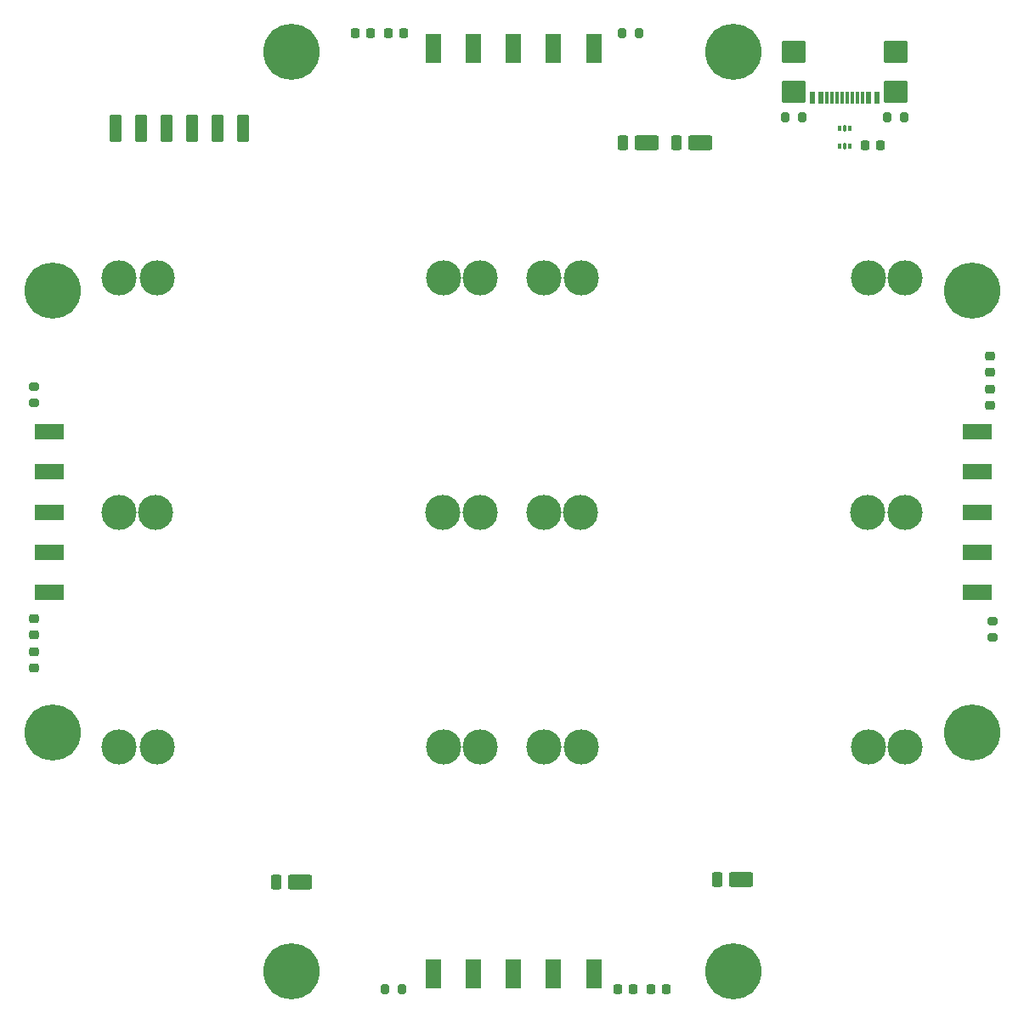
<source format=gbr>
%TF.GenerationSoftware,KiCad,Pcbnew,8.0.5*%
%TF.CreationDate,2025-02-27T20:43:25-05:00*%
%TF.ProjectId,Z+,5a2b2e6b-6963-4616-945f-706362585858,rev?*%
%TF.SameCoordinates,Original*%
%TF.FileFunction,Soldermask,Top*%
%TF.FilePolarity,Negative*%
%FSLAX46Y46*%
G04 Gerber Fmt 4.6, Leading zero omitted, Abs format (unit mm)*
G04 Created by KiCad (PCBNEW 8.0.5) date 2025-02-27 20:43:25*
%MOMM*%
%LPD*%
G01*
G04 APERTURE LIST*
G04 Aperture macros list*
%AMRoundRect*
0 Rectangle with rounded corners*
0 $1 Rounding radius*
0 $2 $3 $4 $5 $6 $7 $8 $9 X,Y pos of 4 corners*
0 Add a 4 corners polygon primitive as box body*
4,1,4,$2,$3,$4,$5,$6,$7,$8,$9,$2,$3,0*
0 Add four circle primitives for the rounded corners*
1,1,$1+$1,$2,$3*
1,1,$1+$1,$4,$5*
1,1,$1+$1,$6,$7*
1,1,$1+$1,$8,$9*
0 Add four rect primitives between the rounded corners*
20,1,$1+$1,$2,$3,$4,$5,0*
20,1,$1+$1,$4,$5,$6,$7,0*
20,1,$1+$1,$6,$7,$8,$9,0*
20,1,$1+$1,$8,$9,$2,$3,0*%
G04 Aperture macros list end*
%ADD10C,0.762000*%
%ADD11C,3.800000*%
%ADD12C,5.600000*%
%ADD13RoundRect,0.250000X-0.950000X-0.500000X0.950000X-0.500000X0.950000X0.500000X-0.950000X0.500000X0*%
%ADD14RoundRect,0.250000X-0.275000X-0.500000X0.275000X-0.500000X0.275000X0.500000X-0.275000X0.500000X0*%
%ADD15RoundRect,0.200000X-0.200000X-0.275000X0.200000X-0.275000X0.200000X0.275000X-0.200000X0.275000X0*%
%ADD16RoundRect,0.218750X0.218750X0.256250X-0.218750X0.256250X-0.218750X-0.256250X0.218750X-0.256250X0*%
%ADD17R,3.000000X1.500000*%
%ADD18RoundRect,0.200000X0.200000X0.275000X-0.200000X0.275000X-0.200000X-0.275000X0.200000X-0.275000X0*%
%ADD19RoundRect,0.102000X-0.500000X-1.250000X0.500000X-1.250000X0.500000X1.250000X-0.500000X1.250000X0*%
%ADD20RoundRect,0.218750X-0.218750X-0.256250X0.218750X-0.256250X0.218750X0.256250X-0.218750X0.256250X0*%
%ADD21C,3.500000*%
%ADD22RoundRect,0.225000X0.225000X0.250000X-0.225000X0.250000X-0.225000X-0.250000X0.225000X-0.250000X0*%
%ADD23R,1.500000X3.000000*%
%ADD24RoundRect,0.200000X-0.275000X0.200000X-0.275000X-0.200000X0.275000X-0.200000X0.275000X0.200000X0*%
%ADD25RoundRect,0.225000X-0.225000X-0.250000X0.225000X-0.250000X0.225000X0.250000X-0.225000X0.250000X0*%
%ADD26R,0.600000X1.150000*%
%ADD27R,0.300000X1.150000*%
%ADD28RoundRect,0.102000X1.090000X1.000000X-1.090000X1.000000X-1.090000X-1.000000X1.090000X-1.000000X0*%
%ADD29RoundRect,0.093750X0.093750X-0.156250X0.093750X0.156250X-0.093750X0.156250X-0.093750X-0.156250X0*%
%ADD30RoundRect,0.075000X0.075000X-0.250000X0.075000X0.250000X-0.075000X0.250000X-0.075000X-0.250000X0*%
%ADD31RoundRect,0.218750X0.256250X-0.218750X0.256250X0.218750X-0.256250X0.218750X-0.256250X-0.218750X0*%
%ADD32RoundRect,0.225000X0.250000X-0.225000X0.250000X0.225000X-0.250000X0.225000X-0.250000X-0.225000X0*%
%ADD33RoundRect,0.225000X-0.250000X0.225000X-0.250000X-0.225000X0.250000X-0.225000X0.250000X0.225000X0*%
%ADD34RoundRect,0.200000X0.275000X-0.200000X0.275000X0.200000X-0.275000X0.200000X-0.275000X-0.200000X0*%
%ADD35RoundRect,0.218750X-0.256250X0.218750X-0.256250X-0.218750X0.256250X-0.218750X0.256250X0.218750X0*%
G04 APERTURE END LIST*
D10*
%TO.C,H4*%
X193851074Y-79832061D03*
X194495324Y-78276311D03*
X194495324Y-81387811D03*
X196051074Y-77632061D03*
D11*
X196051074Y-79832061D03*
D12*
X196051074Y-79832061D03*
D10*
X196051074Y-82032061D03*
X197606824Y-78276311D03*
X197606824Y-81387811D03*
X198251074Y-79832061D03*
%TD*%
D13*
%TO.C,D9*%
X129120000Y-138684000D03*
D14*
X126745000Y-138684000D03*
%TD*%
D10*
%TO.C,H2*%
X193851074Y-123832061D03*
X194495324Y-122276311D03*
X194495324Y-125387811D03*
X196051074Y-121632061D03*
D11*
X196051074Y-123832061D03*
D12*
X196051074Y-123832061D03*
D10*
X196051074Y-126032061D03*
X197606824Y-122276311D03*
X197606824Y-125387811D03*
X198251074Y-123832061D03*
%TD*%
D15*
%TO.C,R104*%
X161227000Y-54102000D03*
X162877000Y-54102000D03*
%TD*%
D16*
%TO.C,F3*%
X165633500Y-149352000D03*
X164058500Y-149352000D03*
%TD*%
D10*
%TO.C,H5*%
X126051074Y-147632061D03*
X126695324Y-146076311D03*
X126695324Y-149187811D03*
X128251074Y-145432061D03*
D11*
X128251074Y-147632061D03*
D12*
X128251074Y-147632061D03*
D10*
X128251074Y-149832061D03*
X129806824Y-146076311D03*
X129806824Y-149187811D03*
X130451074Y-147632061D03*
%TD*%
D17*
%TO.C,U3*%
X104140000Y-109854000D03*
X104140000Y-105854000D03*
X104140000Y-101854000D03*
X104140000Y-97854000D03*
X104140000Y-93854000D03*
%TD*%
D18*
%TO.C,R112*%
X179133000Y-62484000D03*
X177483000Y-62484000D03*
%TD*%
D19*
%TO.C,J4*%
X110744000Y-63632000D03*
X113284000Y-63632000D03*
X115824000Y-63632000D03*
X118364000Y-63632000D03*
X120904000Y-63632000D03*
X123444000Y-63632000D03*
%TD*%
D13*
%TO.C,D10*%
X173062000Y-138430000D03*
D14*
X170687000Y-138430000D03*
%TD*%
D20*
%TO.C,F1*%
X134594500Y-54102000D03*
X136169500Y-54102000D03*
%TD*%
D21*
%TO.C,SC5*%
X143449274Y-125222000D03*
X147093274Y-125222000D03*
X111093274Y-125222000D03*
X114853274Y-125222000D03*
%TD*%
D15*
%TO.C,R111*%
X187643000Y-62484000D03*
X189293000Y-62484000D03*
%TD*%
D22*
%TO.C,C8*%
X139459000Y-54102000D03*
X137909000Y-54102000D03*
%TD*%
D21*
%TO.C,SC3*%
X157053674Y-101854000D03*
X153409674Y-101854000D03*
X189409674Y-101854000D03*
X185649674Y-101854000D03*
%TD*%
%TO.C,SC1*%
X143449274Y-78486000D03*
X147093274Y-78486000D03*
X111093274Y-78486000D03*
X114853274Y-78486000D03*
%TD*%
D18*
%TO.C,R106*%
X139255000Y-149352000D03*
X137605000Y-149352000D03*
%TD*%
D10*
%TO.C,H1*%
X102251074Y-79832061D03*
X102895324Y-78276311D03*
X102895324Y-81387811D03*
X104451074Y-77632061D03*
D11*
X104451074Y-79832061D03*
D12*
X104451074Y-79832061D03*
D10*
X104451074Y-82032061D03*
X106006824Y-78276311D03*
X106006824Y-81387811D03*
X106651074Y-79832061D03*
%TD*%
D17*
%TO.C,U5*%
X196596000Y-93854000D03*
X196596000Y-97854000D03*
X196596000Y-101854000D03*
X196596000Y-105854000D03*
X196596000Y-109854000D03*
%TD*%
D23*
%TO.C,U2*%
X142368000Y-55626000D03*
X146368000Y-55626000D03*
X150368000Y-55626000D03*
X154368000Y-55626000D03*
X158368000Y-55626000D03*
%TD*%
D24*
%TO.C,R107*%
X198120000Y-112713000D03*
X198120000Y-114363000D03*
%TD*%
D23*
%TO.C,U4*%
X158368000Y-147828000D03*
X154368000Y-147828000D03*
X150368000Y-147828000D03*
X146368000Y-147828000D03*
X142368000Y-147828000D03*
%TD*%
D21*
%TO.C,SC4*%
X114737274Y-101854000D03*
X111093274Y-101854000D03*
X147093274Y-101854000D03*
X143333274Y-101854000D03*
%TD*%
%TO.C,SC2*%
X185765674Y-78486000D03*
X189409674Y-78486000D03*
X153409674Y-78486000D03*
X157169674Y-78486000D03*
%TD*%
D13*
%TO.C,D6*%
X168998000Y-65024000D03*
D14*
X166623000Y-65024000D03*
%TD*%
D21*
%TO.C,SC6*%
X185765674Y-125222000D03*
X189409674Y-125222000D03*
X153409674Y-125222000D03*
X157169674Y-125222000D03*
%TD*%
D25*
%TO.C,C6*%
X160769000Y-149352000D03*
X162319000Y-149352000D03*
%TD*%
D26*
%TO.C,J3*%
X186588000Y-60541500D03*
X185788000Y-60541500D03*
D27*
X184638000Y-60541500D03*
X183638000Y-60541500D03*
X183138000Y-60541500D03*
X182138000Y-60541500D03*
D26*
X180188000Y-60541500D03*
X180988000Y-60541500D03*
D27*
X181638000Y-60541500D03*
X182638000Y-60541500D03*
X184138000Y-60541500D03*
X185138000Y-60541500D03*
D28*
X188498000Y-59966500D03*
X178278000Y-59966500D03*
X188498000Y-56036500D03*
X178278000Y-56036500D03*
%TD*%
D29*
%TO.C,U1*%
X182850500Y-65366000D03*
D30*
X183388000Y-65441000D03*
D29*
X183925500Y-65366000D03*
X183925500Y-63666000D03*
D30*
X183388000Y-63591000D03*
D29*
X182850500Y-63666000D03*
%TD*%
D10*
%TO.C,H3*%
X102251074Y-123832061D03*
X102895324Y-122276311D03*
X102895324Y-125387811D03*
X104451074Y-121632061D03*
D11*
X104451074Y-123832061D03*
D12*
X104451074Y-123832061D03*
D10*
X104451074Y-126032061D03*
X106006824Y-122276311D03*
X106006824Y-125387811D03*
X106651074Y-123832061D03*
%TD*%
D31*
%TO.C,F2*%
X102616000Y-117373500D03*
X102616000Y-115798500D03*
%TD*%
D10*
%TO.C,H6*%
X170051074Y-56032061D03*
X170695324Y-54476311D03*
X170695324Y-57587811D03*
X172251074Y-53832061D03*
D11*
X172251074Y-56032061D03*
D12*
X172251074Y-56032061D03*
D10*
X172251074Y-58232061D03*
X173806824Y-54476311D03*
X173806824Y-57587811D03*
X174451074Y-56032061D03*
%TD*%
D32*
%TO.C,C7*%
X197866000Y-91199000D03*
X197866000Y-89649000D03*
%TD*%
D10*
%TO.C,H8*%
X126051074Y-56032061D03*
X126695324Y-54476311D03*
X126695324Y-57587811D03*
X128251074Y-53832061D03*
D11*
X128251074Y-56032061D03*
D12*
X128251074Y-56032061D03*
D10*
X128251074Y-58232061D03*
X129806824Y-54476311D03*
X129806824Y-57587811D03*
X130451074Y-56032061D03*
%TD*%
%TO.C,H7*%
X170051074Y-147632061D03*
X170695324Y-146076311D03*
X170695324Y-149187811D03*
X172251074Y-145432061D03*
D11*
X172251074Y-147632061D03*
D12*
X172251074Y-147632061D03*
D10*
X172251074Y-149832061D03*
X173806824Y-146076311D03*
X173806824Y-149187811D03*
X174451074Y-147632061D03*
%TD*%
D13*
%TO.C,D5*%
X163664000Y-65024000D03*
D14*
X161289000Y-65024000D03*
%TD*%
D33*
%TO.C,C5*%
X102616000Y-112509000D03*
X102616000Y-114059000D03*
%TD*%
D25*
%TO.C,C34*%
X185407000Y-65278000D03*
X186957000Y-65278000D03*
%TD*%
D34*
%TO.C,R105*%
X102616000Y-90995000D03*
X102616000Y-89345000D03*
%TD*%
D35*
%TO.C,F4*%
X197866000Y-86334500D03*
X197866000Y-87909500D03*
%TD*%
M02*

</source>
